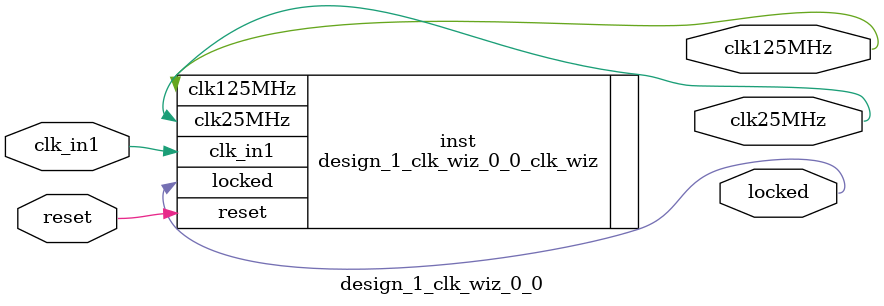
<source format=v>


`timescale 1ps/1ps

(* CORE_GENERATION_INFO = "design_1_clk_wiz_0_0,clk_wiz_v6_0_14_0_0,{component_name=design_1_clk_wiz_0_0,use_phase_alignment=true,use_min_o_jitter=false,use_max_i_jitter=false,use_dyn_phase_shift=false,use_inclk_switchover=false,use_dyn_reconfig=false,enable_axi=0,feedback_source=FDBK_AUTO,PRIMITIVE=MMCM,num_out_clk=2,clkin1_period=12.000,clkin2_period=10.0,use_power_down=false,use_reset=true,use_locked=true,use_inclk_stopped=false,feedback_type=SINGLE,CLOCK_MGR_TYPE=NA,manual_override=false}" *)

module design_1_clk_wiz_0_0 
 (
  // Clock out ports
  output        clk25MHz,
  output        clk125MHz,
  // Status and control signals
  input         reset,
  output        locked,
 // Clock in ports
  input         clk_in1
 );

  design_1_clk_wiz_0_0_clk_wiz inst
  (
  // Clock out ports  
  .clk25MHz(clk25MHz),
  .clk125MHz(clk125MHz),
  // Status and control signals               
  .reset(reset), 
  .locked(locked),
 // Clock in ports
  .clk_in1(clk_in1)
  );

endmodule

</source>
